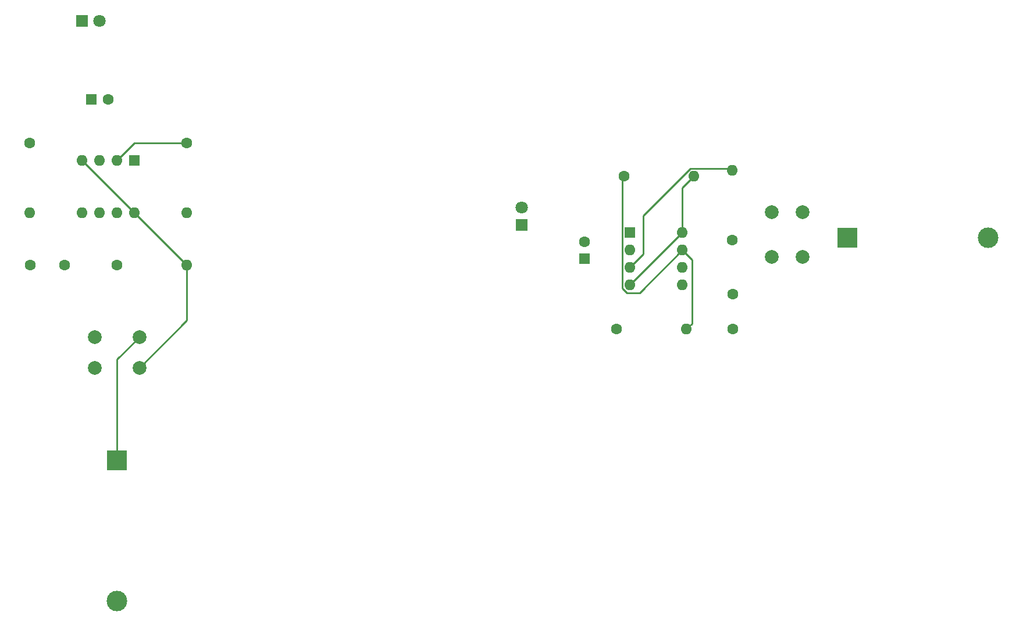
<source format=gbr>
%TF.GenerationSoftware,KiCad,Pcbnew,7.0.5*%
%TF.CreationDate,2024-01-16T13:08:26+02:00*%
%TF.ProjectId,Ex04-Chapter06,45783034-2d43-4686-9170-74657230362e,rev?*%
%TF.SameCoordinates,Original*%
%TF.FileFunction,Copper,L2,Bot*%
%TF.FilePolarity,Positive*%
%FSLAX46Y46*%
G04 Gerber Fmt 4.6, Leading zero omitted, Abs format (unit mm)*
G04 Created by KiCad (PCBNEW 7.0.5) date 2024-01-16 13:08:26*
%MOMM*%
%LPD*%
G01*
G04 APERTURE LIST*
%TA.AperFunction,ComponentPad*%
%ADD10R,1.600000X1.600000*%
%TD*%
%TA.AperFunction,ComponentPad*%
%ADD11O,1.600000X1.600000*%
%TD*%
%TA.AperFunction,ComponentPad*%
%ADD12C,1.600000*%
%TD*%
%TA.AperFunction,ComponentPad*%
%ADD13R,3.000000X3.000000*%
%TD*%
%TA.AperFunction,ComponentPad*%
%ADD14C,3.000000*%
%TD*%
%TA.AperFunction,ComponentPad*%
%ADD15R,1.800000X1.800000*%
%TD*%
%TA.AperFunction,ComponentPad*%
%ADD16C,1.800000*%
%TD*%
%TA.AperFunction,ComponentPad*%
%ADD17C,2.000000*%
%TD*%
%TA.AperFunction,Conductor*%
%ADD18C,0.250000*%
%TD*%
G04 APERTURE END LIST*
D10*
%TO.P,U1,1,GND*%
%TO.N,GND*%
X215711396Y-80283844D03*
D11*
%TO.P,U1,2,TR*%
%TO.N,/THRESHOLD*%
X215711396Y-82823844D03*
%TO.P,U1,3,Q*%
%TO.N,Net-(U1-Q)*%
X215711396Y-85363844D03*
%TO.P,U1,4,R*%
%TO.N,VCC*%
X215711396Y-87903844D03*
%TO.P,U1,5,CV*%
%TO.N,Net-(U1-CV)*%
X223331396Y-87903844D03*
%TO.P,U1,6,THR*%
%TO.N,/THRESHOLD*%
X223331396Y-85363844D03*
%TO.P,U1,7,DIS*%
%TO.N,/DISCHARGE*%
X223331396Y-82823844D03*
%TO.P,U1,8,VCC*%
%TO.N,VCC*%
X223331396Y-80283844D03*
%TD*%
D12*
%TO.P,C1,2*%
%TO.N,GND*%
X230664122Y-89275551D03*
%TO.P,C1,1*%
%TO.N,Net-(U1-CV)*%
X230664122Y-94275551D03*
%TD*%
%TO.P,R3,1*%
%TO.N,/THRESHOLD*%
X213758026Y-94322098D03*
D11*
%TO.P,R3,2*%
%TO.N,/DISCHARGE*%
X223918026Y-94322098D03*
%TD*%
D12*
%TO.P,R1,1*%
%TO.N,Net-(D1-A)*%
X230554473Y-81353466D03*
D11*
%TO.P,R1,2*%
%TO.N,Net-(U1-Q)*%
X230554473Y-71193466D03*
%TD*%
D12*
%TO.P,R2,1*%
%TO.N,/DISCHARGE*%
X214819953Y-72088191D03*
D11*
%TO.P,R2,2*%
%TO.N,VCC*%
X224979953Y-72088191D03*
%TD*%
D13*
%TO.P,BT1,1,+*%
%TO.N,Net-(BT1-+)*%
X247382910Y-81061516D03*
D14*
%TO.P,BT1,2,-*%
%TO.N,GND*%
X267872910Y-81061516D03*
%TD*%
D12*
%TO.P,C2,2*%
%TO.N,GND*%
X209063421Y-81594672D03*
D10*
%TO.P,C2,1*%
%TO.N,/THRESHOLD*%
X209063421Y-84094672D03*
%TD*%
D15*
%TO.P,D1,1,K*%
%TO.N,GND*%
X199935206Y-79187914D03*
D16*
%TO.P,D1,2,A*%
%TO.N,Net-(D1-A)*%
X199935206Y-76647914D03*
%TD*%
D17*
%TO.P,SW1,1,1*%
%TO.N,Net-(BT1-+)*%
X240833995Y-77323894D03*
X240833995Y-83823894D03*
%TO.P,SW1,2,2*%
%TO.N,VCC*%
X236333995Y-77323894D03*
X236333995Y-83823894D03*
%TD*%
D15*
%TO.P,D1,1*%
%TO.N,N/C*%
X135950000Y-49470000D03*
D16*
%TO.P,D1,2*%
X138490000Y-49470000D03*
%TD*%
D10*
%TO.P,U1,1*%
%TO.N,N/C*%
X143570000Y-69790000D03*
D11*
%TO.P,U1,2*%
X141030000Y-69790000D03*
%TO.P,U1,3*%
X138490000Y-69790000D03*
%TO.P,U1,4*%
X135950000Y-69790000D03*
%TO.P,U1,5*%
X135950000Y-77410000D03*
%TO.P,U1,6*%
X138490000Y-77410000D03*
%TO.P,U1,7*%
X141030000Y-77410000D03*
%TO.P,U1,8*%
X143570000Y-77410000D03*
%TD*%
D12*
%TO.P,R2,1*%
%TO.N,N/C*%
X151190000Y-67250000D03*
D11*
%TO.P,R2,2*%
X151190000Y-77410000D03*
%TD*%
D12*
%TO.P,R1,1*%
%TO.N,N/C*%
X141030000Y-85030000D03*
D11*
%TO.P,R1,2*%
X151190000Y-85030000D03*
%TD*%
D17*
%TO.P,SW1,1*%
%TO.N,N/C*%
X137780000Y-95480000D03*
X144280000Y-95480000D03*
%TO.P,SW1,2*%
X137780000Y-99980000D03*
X144280000Y-99980000D03*
%TD*%
D13*
%TO.P,BT1,1*%
%TO.N,N/C*%
X141030001Y-113420000D03*
D14*
%TO.P,BT1,2*%
X141030001Y-133910000D03*
%TD*%
D12*
%TO.P,C1,1*%
%TO.N,N/C*%
X128410000Y-85030000D03*
%TO.P,C1,2*%
X133410000Y-85030000D03*
%TD*%
D10*
%TO.P,C2,1*%
%TO.N,N/C*%
X137240000Y-60880000D03*
D12*
%TO.P,C2,2*%
X139740000Y-60880000D03*
%TD*%
%TO.P,R3,1*%
%TO.N,N/C*%
X128330000Y-67250000D03*
D11*
%TO.P,R3,2*%
X128330000Y-77410000D03*
%TD*%
D18*
%TO.N,Net-(U1-Q)*%
X230324198Y-70963191D02*
X230554473Y-71193466D01*
X217656561Y-77820592D02*
X224513962Y-70963191D01*
X224513962Y-70963191D02*
X230324198Y-70963191D01*
X217656561Y-83418679D02*
X217656561Y-77820592D01*
X215711396Y-85363844D02*
X217656561Y-83418679D01*
%TO.N,/DISCHARGE*%
X217126396Y-89028844D02*
X215245405Y-89028844D01*
X215245405Y-89028844D02*
X214586396Y-88369835D01*
X214586396Y-88369835D02*
X214586396Y-72321748D01*
X223331396Y-82823844D02*
X217126396Y-89028844D01*
X214586396Y-72321748D02*
X214819953Y-72088191D01*
X224718025Y-84210473D02*
X223331396Y-82823844D01*
X224718025Y-93522099D02*
X224718025Y-84210473D01*
X223918026Y-94322098D02*
X224718025Y-93522099D01*
%TO.N,VCC*%
X215711396Y-87903844D02*
X223331396Y-80283844D01*
X223331396Y-80283844D02*
X223331396Y-73736748D01*
X223331396Y-73736748D02*
X224979953Y-72088191D01*
%TO.N,*%
X141030001Y-99334999D02*
X141030001Y-114025000D01*
X151190000Y-85030000D02*
X151190000Y-93070000D01*
X151190000Y-93070000D02*
X144280000Y-99980000D01*
X144280000Y-95480000D02*
X141030001Y-98729999D01*
X135950000Y-69790000D02*
X151190000Y-85030000D01*
X141030001Y-98729999D02*
X141030001Y-99334999D01*
X151190000Y-67250000D02*
X143570000Y-67250000D01*
X143570000Y-67250000D02*
X141030000Y-69790000D01*
%TD*%
M02*

</source>
